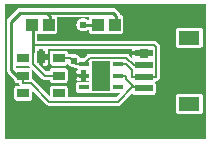
<source format=gtl>
G04 ---------------------------- Layer name :TOP LAYER*
G04 EasyEDA v5.8.22, Fri, 11 Jan 2019 07:15:20 GMT*
G04 e7f6ecffdef140e2b453e7abaca3b96b*
G04 Gerber Generator version 0.2*
G04 Scale: 100 percent, Rotated: No, Reflected: No *
G04 Dimensions in millimeters *
G04 leading zeros omitted , absolute positions ,3 integer and 3 decimal *
%FSLAX33Y33*%
%MOMM*%
G90*
G71D02*

%ADD10C,0.254000*%
%ADD11C,0.203200*%
%ADD12C,0.619760*%
%ADD13R,0.999998X1.099998*%
%ADD14R,1.000760X0.800100*%
%ADD15R,0.800100X1.000760*%
%ADD16R,0.850900X0.449580*%
%ADD17R,1.600200X2.499360*%
%ADD18R,1.499997X0.599440*%
%ADD19R,1.799996X1.198880*%

%LPD*%
G36*
G01X17018Y0D02*
G01X0Y0D01*
G01X0Y11430D01*
G01X17018Y11430D01*
G01X17018Y0D01*
G37*

%LPC*%
G36*
G01X14698Y2090D02*
G01X14709Y2090D01*
G01X16510Y2090D01*
G01X16520Y2090D01*
G01X16530Y2091D01*
G01X16541Y2092D01*
G01X16551Y2093D01*
G01X16562Y2095D01*
G01X16572Y2098D01*
G01X16582Y2100D01*
G01X16592Y2104D01*
G01X16602Y2107D01*
G01X16612Y2111D01*
G01X16621Y2116D01*
G01X16630Y2121D01*
G01X16640Y2126D01*
G01X16648Y2131D01*
G01X16657Y2137D01*
G01X16666Y2143D01*
G01X16674Y2150D01*
G01X16682Y2157D01*
G01X16689Y2164D01*
G01X16696Y2172D01*
G01X16703Y2180D01*
G01X16710Y2188D01*
G01X16716Y2196D01*
G01X16722Y2205D01*
G01X16728Y2214D01*
G01X16733Y2223D01*
G01X16738Y2232D01*
G01X16742Y2242D01*
G01X16746Y2252D01*
G01X16750Y2261D01*
G01X16753Y2271D01*
G01X16756Y2282D01*
G01X16758Y2292D01*
G01X16760Y2302D01*
G01X16762Y2313D01*
G01X16763Y2323D01*
G01X16763Y2333D01*
G01X16764Y2344D01*
G01X16764Y3543D01*
G01X16763Y3553D01*
G01X16763Y3564D01*
G01X16762Y3574D01*
G01X16760Y3585D01*
G01X16758Y3595D01*
G01X16756Y3605D01*
G01X16753Y3615D01*
G01X16750Y3625D01*
G01X16746Y3635D01*
G01X16742Y3645D01*
G01X16738Y3654D01*
G01X16733Y3664D01*
G01X16728Y3673D01*
G01X16722Y3682D01*
G01X16716Y3690D01*
G01X16710Y3699D01*
G01X16703Y3707D01*
G01X16696Y3715D01*
G01X16689Y3722D01*
G01X16682Y3730D01*
G01X16674Y3737D01*
G01X16666Y3743D01*
G01X16657Y3750D01*
G01X16648Y3755D01*
G01X16640Y3761D01*
G01X16630Y3766D01*
G01X16621Y3771D01*
G01X16612Y3775D01*
G01X16602Y3779D01*
G01X16592Y3783D01*
G01X16582Y3786D01*
G01X16572Y3789D01*
G01X16562Y3791D01*
G01X16551Y3793D01*
G01X16541Y3795D01*
G01X16530Y3796D01*
G01X16520Y3797D01*
G01X16510Y3797D01*
G01X14709Y3797D01*
G01X14698Y3797D01*
G01X14688Y3796D01*
G01X14677Y3795D01*
G01X14667Y3793D01*
G01X14657Y3791D01*
G01X14646Y3789D01*
G01X14636Y3786D01*
G01X14626Y3783D01*
G01X14616Y3779D01*
G01X14607Y3775D01*
G01X14597Y3771D01*
G01X14588Y3766D01*
G01X14579Y3761D01*
G01X14570Y3755D01*
G01X14561Y3750D01*
G01X14553Y3743D01*
G01X14544Y3737D01*
G01X14537Y3730D01*
G01X14529Y3722D01*
G01X14522Y3715D01*
G01X14515Y3707D01*
G01X14508Y3699D01*
G01X14502Y3690D01*
G01X14496Y3682D01*
G01X14490Y3673D01*
G01X14485Y3664D01*
G01X14480Y3654D01*
G01X14476Y3645D01*
G01X14472Y3635D01*
G01X14468Y3625D01*
G01X14465Y3615D01*
G01X14462Y3605D01*
G01X14460Y3595D01*
G01X14458Y3585D01*
G01X14457Y3574D01*
G01X14456Y3564D01*
G01X14455Y3553D01*
G01X14455Y3543D01*
G01X14455Y2344D01*
G01X14455Y2333D01*
G01X14456Y2323D01*
G01X14457Y2313D01*
G01X14458Y2302D01*
G01X14460Y2292D01*
G01X14462Y2282D01*
G01X14465Y2271D01*
G01X14468Y2261D01*
G01X14472Y2252D01*
G01X14476Y2242D01*
G01X14480Y2232D01*
G01X14485Y2223D01*
G01X14490Y2214D01*
G01X14496Y2205D01*
G01X14502Y2196D01*
G01X14508Y2188D01*
G01X14515Y2180D01*
G01X14522Y2172D01*
G01X14529Y2164D01*
G01X14537Y2157D01*
G01X14544Y2150D01*
G01X14553Y2143D01*
G01X14561Y2137D01*
G01X14570Y2131D01*
G01X14579Y2126D01*
G01X14588Y2121D01*
G01X14597Y2116D01*
G01X14607Y2111D01*
G01X14616Y2107D01*
G01X14626Y2104D01*
G01X14636Y2100D01*
G01X14646Y2098D01*
G01X14657Y2095D01*
G01X14667Y2093D01*
G01X14677Y2092D01*
G01X14688Y2091D01*
G01X14698Y2090D01*
G37*
G36*
G01X3743Y2771D02*
G01X3756Y2771D01*
G01X9542Y2771D01*
G01X9555Y2771D01*
G01X9568Y2772D01*
G01X9580Y2773D01*
G01X9593Y2774D01*
G01X9605Y2776D01*
G01X9618Y2779D01*
G01X9630Y2782D01*
G01X9642Y2785D01*
G01X9655Y2789D01*
G01X9667Y2793D01*
G01X9678Y2798D01*
G01X9690Y2803D01*
G01X9701Y2808D01*
G01X9713Y2814D01*
G01X9724Y2820D01*
G01X9735Y2827D01*
G01X9745Y2834D01*
G01X9755Y2842D01*
G01X9765Y2849D01*
G01X9775Y2858D01*
G01X9785Y2866D01*
G01X9794Y2875D01*
G01X10773Y3854D01*
G01X10774Y3852D01*
G01X10778Y3842D01*
G01X10782Y3833D01*
G01X10787Y3823D01*
G01X10792Y3814D01*
G01X10798Y3805D01*
G01X10804Y3797D01*
G01X10810Y3788D01*
G01X10817Y3780D01*
G01X10824Y3772D01*
G01X10831Y3765D01*
G01X10838Y3757D01*
G01X10846Y3750D01*
G01X10854Y3744D01*
G01X10863Y3737D01*
G01X10871Y3731D01*
G01X10880Y3726D01*
G01X10890Y3721D01*
G01X10899Y3716D01*
G01X10908Y3712D01*
G01X10918Y3707D01*
G01X10928Y3704D01*
G01X10938Y3701D01*
G01X10948Y3698D01*
G01X10958Y3696D01*
G01X10969Y3694D01*
G01X10979Y3692D01*
G01X10989Y3691D01*
G01X11000Y3690D01*
G01X11010Y3690D01*
G01X12509Y3690D01*
G01X12519Y3690D01*
G01X12530Y3691D01*
G01X12540Y3692D01*
G01X12551Y3694D01*
G01X12561Y3696D01*
G01X12571Y3698D01*
G01X12581Y3701D01*
G01X12591Y3704D01*
G01X12601Y3707D01*
G01X12611Y3712D01*
G01X12621Y3716D01*
G01X12630Y3721D01*
G01X12639Y3726D01*
G01X12648Y3731D01*
G01X12657Y3737D01*
G01X12665Y3744D01*
G01X12673Y3750D01*
G01X12681Y3757D01*
G01X12689Y3765D01*
G01X12696Y3772D01*
G01X12703Y3780D01*
G01X12709Y3788D01*
G01X12716Y3797D01*
G01X12722Y3805D01*
G01X12727Y3814D01*
G01X12732Y3823D01*
G01X12737Y3833D01*
G01X12742Y3842D01*
G01X12746Y3852D01*
G01X12749Y3862D01*
G01X12752Y3872D01*
G01X12755Y3882D01*
G01X12758Y3892D01*
G01X12760Y3902D01*
G01X12761Y3913D01*
G01X12762Y3923D01*
G01X12763Y3934D01*
G01X12763Y3944D01*
G01X12763Y4544D01*
G01X12763Y4554D01*
G01X12762Y4565D01*
G01X12761Y4575D01*
G01X12760Y4585D01*
G01X12758Y4596D01*
G01X12755Y4606D01*
G01X12752Y4616D01*
G01X12749Y4626D01*
G01X12746Y4636D01*
G01X12742Y4646D01*
G01X12737Y4655D01*
G01X12732Y4664D01*
G01X12727Y4674D01*
G01X12722Y4682D01*
G01X12716Y4691D01*
G01X12709Y4700D01*
G01X12703Y4708D01*
G01X12696Y4716D01*
G01X12689Y4723D01*
G01X12681Y4730D01*
G01X12673Y4737D01*
G01X12666Y4743D01*
G01X12673Y4749D01*
G01X12681Y4755D01*
G01X12689Y4763D01*
G01X12696Y4770D01*
G01X12703Y4778D01*
G01X12709Y4786D01*
G01X12716Y4795D01*
G01X12722Y4803D01*
G01X12727Y4812D01*
G01X12732Y4821D01*
G01X12737Y4831D01*
G01X12742Y4840D01*
G01X12746Y4850D01*
G01X12749Y4860D01*
G01X12752Y4870D01*
G01X12755Y4880D01*
G01X12757Y4886D01*
G01X12766Y4886D01*
G01X12770Y4887D01*
G01X12774Y4887D01*
G01X12779Y4887D01*
G01X12783Y4887D01*
G01X12788Y4887D01*
G01X12792Y4887D01*
G01X12797Y4888D01*
G01X12801Y4888D01*
G01X12805Y4889D01*
G01X12810Y4889D01*
G01X12814Y4890D01*
G01X12819Y4890D01*
G01X12823Y4891D01*
G01X12827Y4892D01*
G01X12832Y4893D01*
G01X12836Y4894D01*
G01X12840Y4894D01*
G01X12845Y4895D01*
G01X12849Y4896D01*
G01X12853Y4897D01*
G01X12857Y4899D01*
G01X12862Y4900D01*
G01X12866Y4901D01*
G01X12870Y4902D01*
G01X12875Y4904D01*
G01X12879Y4905D01*
G01X12883Y4906D01*
G01X12887Y4908D01*
G01X12892Y4910D01*
G01X12895Y4911D01*
G01X12899Y4913D01*
G01X12904Y4914D01*
G01X12908Y4916D01*
G01X12912Y4918D01*
G01X12915Y4920D01*
G01X12920Y4922D01*
G01X12924Y4924D01*
G01X12928Y4926D01*
G01X12931Y4928D01*
G01X12936Y4930D01*
G01X12940Y4932D01*
G01X12943Y4934D01*
G01X12947Y4936D01*
G01X12951Y4939D01*
G01X12955Y4941D01*
G01X12958Y4943D01*
G01X12962Y4946D01*
G01X12966Y4948D01*
G01X12969Y4951D01*
G01X12973Y4953D01*
G01X12977Y4956D01*
G01X12980Y4959D01*
G01X12984Y4961D01*
G01X12987Y4964D01*
G01X12991Y4967D01*
G01X12994Y4970D01*
G01X12997Y4972D01*
G01X13001Y4975D01*
G01X13004Y4979D01*
G01X13007Y4981D01*
G01X13011Y4984D01*
G01X13014Y4988D01*
G01X13017Y4991D01*
G01X13020Y4994D01*
G01X13023Y4997D01*
G01X13026Y5000D01*
G01X13029Y5003D01*
G01X13032Y5007D01*
G01X13035Y5010D01*
G01X13038Y5013D01*
G01X13041Y5017D01*
G01X13044Y5020D01*
G01X13046Y5024D01*
G01X13049Y5027D01*
G01X13052Y5031D01*
G01X13054Y5034D01*
G01X13057Y5038D01*
G01X13059Y5042D01*
G01X13062Y5045D01*
G01X13064Y5049D01*
G01X13067Y5053D01*
G01X13069Y5057D01*
G01X13071Y5061D01*
G01X13073Y5064D01*
G01X13075Y5068D01*
G01X13078Y5072D01*
G01X13080Y5076D01*
G01X13082Y5080D01*
G01X13084Y5084D01*
G01X13086Y5088D01*
G01X13088Y5092D01*
G01X13090Y5096D01*
G01X13091Y5100D01*
G01X13093Y5104D01*
G01X13095Y5108D01*
G01X13097Y5112D01*
G01X13098Y5116D01*
G01X13100Y5120D01*
G01X13101Y5125D01*
G01X13103Y5129D01*
G01X13104Y5133D01*
G01X13105Y5137D01*
G01X13106Y5141D01*
G01X13108Y5146D01*
G01X13109Y5150D01*
G01X13110Y5154D01*
G01X13111Y5159D01*
G01X13112Y5163D01*
G01X13113Y5167D01*
G01X13114Y5172D01*
G01X13115Y5176D01*
G01X13116Y5180D01*
G01X13116Y5184D01*
G01X13117Y5189D01*
G01X13118Y5194D01*
G01X13118Y5198D01*
G01X13119Y5202D01*
G01X13119Y5207D01*
G01X13120Y5211D01*
G01X13120Y5215D01*
G01X13120Y5220D01*
G01X13121Y5224D01*
G01X13121Y5229D01*
G01X13121Y5233D01*
G01X13121Y5238D01*
G01X13121Y5242D01*
G01X13121Y7749D01*
G01X13121Y7762D01*
G01X13120Y7774D01*
G01X13119Y7787D01*
G01X13118Y7800D01*
G01X13116Y7812D01*
G01X13113Y7825D01*
G01X13110Y7837D01*
G01X13107Y7849D01*
G01X13103Y7861D01*
G01X13099Y7873D01*
G01X13094Y7885D01*
G01X13089Y7897D01*
G01X13084Y7908D01*
G01X13078Y7919D01*
G01X13071Y7930D01*
G01X13065Y7941D01*
G01X13058Y7952D01*
G01X13050Y7962D01*
G01X13042Y7972D01*
G01X13034Y7982D01*
G01X13026Y7991D01*
G01X13017Y8000D01*
G01X12857Y8160D01*
G01X12848Y8169D01*
G01X12838Y8178D01*
G01X12829Y8186D01*
G01X12819Y8194D01*
G01X12808Y8201D01*
G01X12798Y8208D01*
G01X12787Y8215D01*
G01X12776Y8221D01*
G01X12765Y8227D01*
G01X12753Y8233D01*
G01X12742Y8238D01*
G01X12730Y8242D01*
G01X12718Y8246D01*
G01X12706Y8250D01*
G01X12693Y8254D01*
G01X12681Y8257D01*
G01X12669Y8259D01*
G01X12656Y8261D01*
G01X12644Y8263D01*
G01X12631Y8264D01*
G01X12618Y8264D01*
G01X12606Y8265D01*
G01X2730Y8265D01*
G01X2730Y8847D01*
G01X2785Y8847D01*
G01X2796Y8848D01*
G01X2806Y8848D01*
G01X2817Y8849D01*
G01X2827Y8851D01*
G01X2838Y8853D01*
G01X2848Y8855D01*
G01X2858Y8858D01*
G01X2868Y8861D01*
G01X2878Y8865D01*
G01X2887Y8869D01*
G01X2897Y8873D01*
G01X2906Y8878D01*
G01X2915Y8883D01*
G01X2924Y8889D01*
G01X2933Y8895D01*
G01X2941Y8901D01*
G01X2950Y8908D01*
G01X2957Y8915D01*
G01X2965Y8922D01*
G01X2972Y8929D01*
G01X2979Y8937D01*
G01X2985Y8945D01*
G01X2992Y8937D01*
G01X2999Y8929D01*
G01X3006Y8922D01*
G01X3013Y8915D01*
G01X3021Y8908D01*
G01X3029Y8901D01*
G01X3038Y8895D01*
G01X3047Y8889D01*
G01X3055Y8883D01*
G01X3065Y8878D01*
G01X3074Y8873D01*
G01X3083Y8869D01*
G01X3093Y8865D01*
G01X3103Y8861D01*
G01X3113Y8858D01*
G01X3123Y8855D01*
G01X3133Y8853D01*
G01X3144Y8851D01*
G01X3154Y8849D01*
G01X3164Y8848D01*
G01X3175Y8848D01*
G01X3185Y8847D01*
G01X4185Y8847D01*
G01X4196Y8848D01*
G01X4206Y8848D01*
G01X4217Y8849D01*
G01X4227Y8851D01*
G01X4238Y8853D01*
G01X4248Y8855D01*
G01X4258Y8858D01*
G01X4268Y8861D01*
G01X4278Y8865D01*
G01X4287Y8869D01*
G01X4297Y8873D01*
G01X4306Y8878D01*
G01X4315Y8883D01*
G01X4324Y8889D01*
G01X4333Y8895D01*
G01X4341Y8901D01*
G01X4350Y8908D01*
G01X4357Y8915D01*
G01X4365Y8922D01*
G01X4372Y8929D01*
G01X4379Y8937D01*
G01X4386Y8945D01*
G01X4392Y8954D01*
G01X4398Y8963D01*
G01X4404Y8971D01*
G01X4409Y8981D01*
G01X4414Y8990D01*
G01X4418Y8999D01*
G01X4422Y9009D01*
G01X4426Y9019D01*
G01X4429Y9029D01*
G01X4432Y9039D01*
G01X4434Y9049D01*
G01X4436Y9060D01*
G01X4437Y9070D01*
G01X4439Y9081D01*
G01X4439Y9091D01*
G01X4439Y9101D01*
G01X4439Y10201D01*
G01X4439Y10212D01*
G01X4439Y10222D01*
G01X4437Y10233D01*
G01X4436Y10243D01*
G01X4434Y10254D01*
G01X4432Y10264D01*
G01X4429Y10274D01*
G01X4426Y10284D01*
G01X4425Y10287D01*
G01X7134Y10287D01*
G01X7133Y10284D01*
G01X7130Y10274D01*
G01X7127Y10264D01*
G01X7125Y10254D01*
G01X7123Y10243D01*
G01X7121Y10233D01*
G01X7120Y10222D01*
G01X7120Y10212D01*
G01X7119Y10201D01*
G01X7119Y10033D01*
G01X7022Y10033D01*
G01X6999Y10057D01*
G01X6957Y10094D01*
G01X6911Y10127D01*
G01X6862Y10156D01*
G01X6810Y10179D01*
G01X6757Y10197D01*
G01X6702Y10209D01*
G01X6646Y10216D01*
G01X6589Y10218D01*
G01X6533Y10214D01*
G01X6477Y10204D01*
G01X6423Y10188D01*
G01X6371Y10168D01*
G01X6320Y10142D01*
G01X6273Y10111D01*
G01X6229Y10076D01*
G01X6188Y10037D01*
G01X6152Y9994D01*
G01X6120Y9947D01*
G01X6093Y9897D01*
G01X6071Y9845D01*
G01X6055Y9791D01*
G01X6043Y9736D01*
G01X6038Y9680D01*
G01X6038Y9623D01*
G01X6043Y9567D01*
G01X6055Y9512D01*
G01X6071Y9458D01*
G01X6093Y9406D01*
G01X6120Y9356D01*
G01X6152Y9309D01*
G01X6188Y9266D01*
G01X6229Y9227D01*
G01X6273Y9192D01*
G01X6320Y9161D01*
G01X6371Y9135D01*
G01X6423Y9115D01*
G01X6477Y9099D01*
G01X6533Y9089D01*
G01X6589Y9085D01*
G01X6646Y9087D01*
G01X6702Y9094D01*
G01X6757Y9106D01*
G01X6810Y9124D01*
G01X6862Y9147D01*
G01X6911Y9176D01*
G01X6957Y9209D01*
G01X6999Y9246D01*
G01X7022Y9271D01*
G01X7119Y9271D01*
G01X7119Y9101D01*
G01X7120Y9091D01*
G01X7120Y9081D01*
G01X7121Y9070D01*
G01X7123Y9060D01*
G01X7125Y9049D01*
G01X7127Y9039D01*
G01X7130Y9029D01*
G01X7133Y9019D01*
G01X7137Y9009D01*
G01X7141Y8999D01*
G01X7145Y8990D01*
G01X7150Y8981D01*
G01X7155Y8971D01*
G01X7161Y8963D01*
G01X7167Y8954D01*
G01X7173Y8945D01*
G01X7180Y8937D01*
G01X7187Y8929D01*
G01X7194Y8922D01*
G01X7201Y8915D01*
G01X7209Y8908D01*
G01X7217Y8901D01*
G01X7226Y8895D01*
G01X7235Y8889D01*
G01X7243Y8883D01*
G01X7253Y8878D01*
G01X7262Y8873D01*
G01X7271Y8869D01*
G01X7281Y8865D01*
G01X7291Y8861D01*
G01X7301Y8858D01*
G01X7311Y8855D01*
G01X7321Y8853D01*
G01X7332Y8851D01*
G01X7342Y8849D01*
G01X7352Y8848D01*
G01X7363Y8848D01*
G01X7373Y8847D01*
G01X8373Y8847D01*
G01X8384Y8848D01*
G01X8394Y8848D01*
G01X8405Y8849D01*
G01X8415Y8851D01*
G01X8426Y8853D01*
G01X8436Y8855D01*
G01X8446Y8858D01*
G01X8456Y8861D01*
G01X8466Y8865D01*
G01X8475Y8869D01*
G01X8485Y8873D01*
G01X8494Y8878D01*
G01X8503Y8883D01*
G01X8512Y8889D01*
G01X8521Y8895D01*
G01X8529Y8901D01*
G01X8538Y8908D01*
G01X8545Y8915D01*
G01X8553Y8922D01*
G01X8560Y8929D01*
G01X8567Y8937D01*
G01X8573Y8945D01*
G01X8580Y8937D01*
G01X8587Y8929D01*
G01X8594Y8922D01*
G01X8601Y8915D01*
G01X8609Y8908D01*
G01X8617Y8901D01*
G01X8626Y8895D01*
G01X8635Y8889D01*
G01X8643Y8883D01*
G01X8653Y8878D01*
G01X8662Y8873D01*
G01X8671Y8869D01*
G01X8681Y8865D01*
G01X8691Y8861D01*
G01X8701Y8858D01*
G01X8711Y8855D01*
G01X8721Y8853D01*
G01X8732Y8851D01*
G01X8742Y8849D01*
G01X8752Y8848D01*
G01X8763Y8848D01*
G01X8773Y8847D01*
G01X9773Y8847D01*
G01X9784Y8848D01*
G01X9794Y8848D01*
G01X9805Y8849D01*
G01X9815Y8851D01*
G01X9826Y8853D01*
G01X9836Y8855D01*
G01X9846Y8858D01*
G01X9856Y8861D01*
G01X9866Y8865D01*
G01X9875Y8869D01*
G01X9885Y8873D01*
G01X9894Y8878D01*
G01X9903Y8883D01*
G01X9912Y8889D01*
G01X9921Y8895D01*
G01X9929Y8901D01*
G01X9938Y8908D01*
G01X9945Y8915D01*
G01X9953Y8922D01*
G01X9960Y8929D01*
G01X9967Y8937D01*
G01X9974Y8945D01*
G01X9980Y8954D01*
G01X9986Y8963D01*
G01X9992Y8971D01*
G01X9997Y8981D01*
G01X10002Y8990D01*
G01X10006Y8999D01*
G01X10010Y9009D01*
G01X10014Y9019D01*
G01X10017Y9029D01*
G01X10020Y9039D01*
G01X10022Y9049D01*
G01X10024Y9060D01*
G01X10025Y9070D01*
G01X10027Y9081D01*
G01X10027Y9091D01*
G01X10027Y9101D01*
G01X10027Y10201D01*
G01X10027Y10212D01*
G01X10027Y10222D01*
G01X10025Y10233D01*
G01X10024Y10243D01*
G01X10022Y10254D01*
G01X10020Y10264D01*
G01X10017Y10274D01*
G01X10014Y10284D01*
G01X10010Y10294D01*
G01X10006Y10304D01*
G01X10002Y10313D01*
G01X9997Y10322D01*
G01X9992Y10332D01*
G01X9986Y10340D01*
G01X9980Y10349D01*
G01X9974Y10357D01*
G01X9967Y10366D01*
G01X9960Y10374D01*
G01X9953Y10381D01*
G01X9945Y10388D01*
G01X9938Y10395D01*
G01X9929Y10402D01*
G01X9921Y10408D01*
G01X9912Y10414D01*
G01X9903Y10420D01*
G01X9894Y10425D01*
G01X9885Y10430D01*
G01X9875Y10434D01*
G01X9866Y10438D01*
G01X9856Y10442D01*
G01X9846Y10445D01*
G01X9836Y10448D01*
G01X9826Y10450D01*
G01X9815Y10452D01*
G01X9805Y10454D01*
G01X9794Y10455D01*
G01X9784Y10455D01*
G01X9776Y10455D01*
G01X9775Y10465D01*
G01X9773Y10478D01*
G01X9771Y10491D01*
G01X9768Y10504D01*
G01X9764Y10516D01*
G01X9761Y10529D01*
G01X9757Y10541D01*
G01X9752Y10553D01*
G01X9747Y10565D01*
G01X9742Y10577D01*
G01X9736Y10589D01*
G01X9730Y10600D01*
G01X9723Y10611D01*
G01X9716Y10622D01*
G01X9709Y10633D01*
G01X9701Y10644D01*
G01X9693Y10654D01*
G01X9685Y10664D01*
G01X9676Y10674D01*
G01X9667Y10683D01*
G01X9413Y10937D01*
G01X9404Y10946D01*
G01X9394Y10955D01*
G01X9384Y10963D01*
G01X9374Y10971D01*
G01X9363Y10979D01*
G01X9352Y10986D01*
G01X9341Y10993D01*
G01X9330Y11000D01*
G01X9319Y11006D01*
G01X9307Y11012D01*
G01X9295Y11017D01*
G01X9283Y11022D01*
G01X9271Y11027D01*
G01X9259Y11031D01*
G01X9246Y11034D01*
G01X9234Y11038D01*
G01X9221Y11041D01*
G01X9208Y11043D01*
G01X9195Y11045D01*
G01X9182Y11046D01*
G01X9170Y11048D01*
G01X9157Y11048D01*
G01X9144Y11049D01*
G01X1270Y11049D01*
G01X1256Y11048D01*
G01X1243Y11048D01*
G01X1231Y11046D01*
G01X1218Y11045D01*
G01X1205Y11043D01*
G01X1192Y11041D01*
G01X1179Y11038D01*
G01X1167Y11034D01*
G01X1154Y11031D01*
G01X1142Y11027D01*
G01X1130Y11022D01*
G01X1118Y11017D01*
G01X1106Y11012D01*
G01X1094Y11006D01*
G01X1083Y11000D01*
G01X1072Y10993D01*
G01X1061Y10986D01*
G01X1050Y10979D01*
G01X1039Y10971D01*
G01X1029Y10963D01*
G01X1019Y10955D01*
G01X1009Y10946D01*
G01X1000Y10937D01*
G01X238Y10175D01*
G01X229Y10166D01*
G01X220Y10156D01*
G01X212Y10146D01*
G01X204Y10136D01*
G01X196Y10125D01*
G01X189Y10114D01*
G01X182Y10103D01*
G01X175Y10092D01*
G01X169Y10081D01*
G01X163Y10069D01*
G01X158Y10057D01*
G01X153Y10045D01*
G01X148Y10033D01*
G01X144Y10021D01*
G01X141Y10008D01*
G01X137Y9996D01*
G01X134Y9983D01*
G01X132Y9970D01*
G01X130Y9957D01*
G01X129Y9944D01*
G01X127Y9932D01*
G01X127Y9919D01*
G01X127Y9906D01*
G01X127Y5842D01*
G01X127Y5828D01*
G01X127Y5815D01*
G01X129Y5803D01*
G01X130Y5790D01*
G01X132Y5777D01*
G01X134Y5764D01*
G01X137Y5751D01*
G01X141Y5739D01*
G01X144Y5726D01*
G01X148Y5714D01*
G01X153Y5702D01*
G01X158Y5690D01*
G01X163Y5678D01*
G01X169Y5666D01*
G01X175Y5655D01*
G01X182Y5644D01*
G01X189Y5633D01*
G01X196Y5622D01*
G01X204Y5611D01*
G01X212Y5601D01*
G01X220Y5591D01*
G01X229Y5581D01*
G01X238Y5572D01*
G01X746Y5064D01*
G01X755Y5055D01*
G01X765Y5046D01*
G01X775Y5038D01*
G01X785Y5030D01*
G01X795Y5023D01*
G01X795Y4932D01*
G01X795Y4922D01*
G01X795Y4911D01*
G01X796Y4901D01*
G01X798Y4890D01*
G01X800Y4880D01*
G01X802Y4870D01*
G01X805Y4860D01*
G01X808Y4850D01*
G01X812Y4840D01*
G01X816Y4830D01*
G01X820Y4821D01*
G01X825Y4811D01*
G01X830Y4802D01*
G01X836Y4793D01*
G01X842Y4785D01*
G01X848Y4776D01*
G01X855Y4768D01*
G01X862Y4760D01*
G01X869Y4753D01*
G01X876Y4745D01*
G01X884Y4738D01*
G01X893Y4732D01*
G01X901Y4725D01*
G01X910Y4720D01*
G01X918Y4714D01*
G01X928Y4709D01*
G01X937Y4704D01*
G01X946Y4700D01*
G01X956Y4696D01*
G01X966Y4692D01*
G01X976Y4689D01*
G01X986Y4686D01*
G01X996Y4684D01*
G01X1007Y4682D01*
G01X1017Y4680D01*
G01X1028Y4679D01*
G01X1038Y4678D01*
G01X1049Y4678D01*
G01X1193Y4678D01*
G01X1193Y4676D01*
G01X1193Y4671D01*
G01X1193Y4667D01*
G01X1194Y4663D01*
G01X1194Y4658D01*
G01X1194Y4653D01*
G01X1194Y4649D01*
G01X1195Y4644D01*
G01X1195Y4640D01*
G01X1196Y4636D01*
G01X1196Y4631D01*
G01X1197Y4628D01*
G01X1197Y4623D01*
G01X1198Y4618D01*
G01X1199Y4614D01*
G01X1200Y4610D01*
G01X1200Y4605D01*
G01X1201Y4601D01*
G01X1202Y4597D01*
G01X1203Y4592D01*
G01X1204Y4588D01*
G01X1205Y4584D01*
G01X1207Y4579D01*
G01X1208Y4575D01*
G01X1209Y4571D01*
G01X1210Y4567D01*
G01X1212Y4562D01*
G01X1213Y4558D01*
G01X1215Y4554D01*
G01X1216Y4550D01*
G01X1218Y4546D01*
G01X1219Y4542D01*
G01X1221Y4538D01*
G01X1223Y4533D01*
G01X1225Y4529D01*
G01X1227Y4526D01*
G01X1229Y4521D01*
G01X1231Y4517D01*
G01X1232Y4513D01*
G01X1234Y4510D01*
G01X1237Y4506D01*
G01X1239Y4502D01*
G01X1241Y4498D01*
G01X1243Y4494D01*
G01X1245Y4490D01*
G01X1247Y4488D01*
G01X1049Y4488D01*
G01X1038Y4487D01*
G01X1028Y4487D01*
G01X1017Y4486D01*
G01X1007Y4484D01*
G01X996Y4482D01*
G01X986Y4480D01*
G01X976Y4477D01*
G01X966Y4474D01*
G01X956Y4470D01*
G01X946Y4466D01*
G01X937Y4462D01*
G01X928Y4457D01*
G01X918Y4452D01*
G01X910Y4446D01*
G01X901Y4440D01*
G01X893Y4434D01*
G01X884Y4428D01*
G01X876Y4421D01*
G01X869Y4413D01*
G01X862Y4406D01*
G01X855Y4398D01*
G01X848Y4390D01*
G01X842Y4381D01*
G01X836Y4373D01*
G01X830Y4364D01*
G01X825Y4355D01*
G01X820Y4345D01*
G01X816Y4336D01*
G01X812Y4326D01*
G01X808Y4316D01*
G01X805Y4306D01*
G01X802Y4296D01*
G01X800Y4286D01*
G01X798Y4275D01*
G01X796Y4265D01*
G01X795Y4255D01*
G01X795Y4244D01*
G01X795Y4234D01*
G01X795Y3434D01*
G01X795Y3423D01*
G01X795Y3413D01*
G01X796Y3402D01*
G01X798Y3392D01*
G01X800Y3381D01*
G01X802Y3371D01*
G01X805Y3361D01*
G01X808Y3351D01*
G01X812Y3341D01*
G01X816Y3332D01*
G01X820Y3322D01*
G01X825Y3313D01*
G01X830Y3304D01*
G01X836Y3295D01*
G01X842Y3286D01*
G01X848Y3278D01*
G01X855Y3269D01*
G01X862Y3262D01*
G01X869Y3254D01*
G01X876Y3247D01*
G01X884Y3240D01*
G01X893Y3233D01*
G01X901Y3227D01*
G01X910Y3221D01*
G01X918Y3215D01*
G01X928Y3210D01*
G01X937Y3205D01*
G01X946Y3201D01*
G01X956Y3197D01*
G01X966Y3193D01*
G01X976Y3190D01*
G01X986Y3187D01*
G01X996Y3185D01*
G01X1007Y3183D01*
G01X1017Y3182D01*
G01X1028Y3180D01*
G01X1038Y3180D01*
G01X1049Y3180D01*
G01X2049Y3180D01*
G01X2060Y3180D01*
G01X2070Y3180D01*
G01X2081Y3182D01*
G01X2091Y3183D01*
G01X2101Y3185D01*
G01X2112Y3187D01*
G01X2122Y3190D01*
G01X2132Y3193D01*
G01X2142Y3197D01*
G01X2151Y3201D01*
G01X2161Y3205D01*
G01X2170Y3210D01*
G01X2179Y3215D01*
G01X2188Y3221D01*
G01X2197Y3227D01*
G01X2205Y3233D01*
G01X2213Y3240D01*
G01X2221Y3247D01*
G01X2229Y3254D01*
G01X2236Y3262D01*
G01X2243Y3269D01*
G01X2250Y3278D01*
G01X2256Y3286D01*
G01X2262Y3295D01*
G01X2267Y3304D01*
G01X2273Y3313D01*
G01X2277Y3322D01*
G01X2282Y3332D01*
G01X2286Y3341D01*
G01X2290Y3351D01*
G01X2293Y3361D01*
G01X2296Y3371D01*
G01X2298Y3381D01*
G01X2300Y3392D01*
G01X2301Y3402D01*
G01X2302Y3413D01*
G01X2303Y3423D01*
G01X2303Y3434D01*
G01X2303Y4076D01*
G01X3505Y2875D01*
G01X3514Y2866D01*
G01X3523Y2858D01*
G01X3533Y2849D01*
G01X3543Y2842D01*
G01X3553Y2834D01*
G01X3564Y2827D01*
G01X3575Y2820D01*
G01X3586Y2814D01*
G01X3597Y2808D01*
G01X3608Y2803D01*
G01X3620Y2798D01*
G01X3632Y2793D01*
G01X3644Y2789D01*
G01X3656Y2785D01*
G01X3668Y2782D01*
G01X3681Y2779D01*
G01X3693Y2776D01*
G01X3706Y2774D01*
G01X3718Y2773D01*
G01X3731Y2772D01*
G01X3743Y2771D01*
G37*
G36*
G01X14698Y7691D02*
G01X14709Y7691D01*
G01X16510Y7691D01*
G01X16520Y7691D01*
G01X16530Y7691D01*
G01X16541Y7693D01*
G01X16551Y7694D01*
G01X16562Y7696D01*
G01X16572Y7698D01*
G01X16582Y7701D01*
G01X16592Y7704D01*
G01X16602Y7708D01*
G01X16612Y7712D01*
G01X16621Y7716D01*
G01X16630Y7721D01*
G01X16640Y7726D01*
G01X16648Y7732D01*
G01X16657Y7738D01*
G01X16666Y7744D01*
G01X16674Y7751D01*
G01X16682Y7758D01*
G01X16689Y7765D01*
G01X16696Y7773D01*
G01X16703Y7780D01*
G01X16710Y7789D01*
G01X16716Y7797D01*
G01X16722Y7806D01*
G01X16728Y7815D01*
G01X16733Y7824D01*
G01X16738Y7833D01*
G01X16742Y7843D01*
G01X16746Y7852D01*
G01X16750Y7862D01*
G01X16753Y7872D01*
G01X16756Y7882D01*
G01X16758Y7892D01*
G01X16760Y7903D01*
G01X16762Y7913D01*
G01X16763Y7924D01*
G01X16763Y7934D01*
G01X16764Y7945D01*
G01X16764Y9144D01*
G01X16763Y9154D01*
G01X16763Y9164D01*
G01X16762Y9175D01*
G01X16760Y9185D01*
G01X16758Y9196D01*
G01X16756Y9206D01*
G01X16753Y9216D01*
G01X16750Y9226D01*
G01X16746Y9236D01*
G01X16742Y9246D01*
G01X16738Y9255D01*
G01X16733Y9264D01*
G01X16728Y9274D01*
G01X16722Y9282D01*
G01X16716Y9291D01*
G01X16710Y9300D01*
G01X16703Y9308D01*
G01X16696Y9316D01*
G01X16689Y9323D01*
G01X16682Y9330D01*
G01X16674Y9337D01*
G01X16666Y9344D01*
G01X16657Y9350D01*
G01X16648Y9356D01*
G01X16640Y9362D01*
G01X16630Y9367D01*
G01X16621Y9372D01*
G01X16612Y9376D01*
G01X16602Y9380D01*
G01X16592Y9384D01*
G01X16582Y9387D01*
G01X16572Y9390D01*
G01X16562Y9392D01*
G01X16551Y9394D01*
G01X16541Y9396D01*
G01X16530Y9397D01*
G01X16520Y9397D01*
G01X16510Y9398D01*
G01X14709Y9398D01*
G01X14698Y9397D01*
G01X14688Y9397D01*
G01X14677Y9396D01*
G01X14667Y9394D01*
G01X14657Y9392D01*
G01X14646Y9390D01*
G01X14636Y9387D01*
G01X14626Y9384D01*
G01X14616Y9380D01*
G01X14607Y9376D01*
G01X14597Y9372D01*
G01X14588Y9367D01*
G01X14579Y9362D01*
G01X14570Y9356D01*
G01X14561Y9350D01*
G01X14553Y9344D01*
G01X14544Y9337D01*
G01X14537Y9330D01*
G01X14529Y9323D01*
G01X14522Y9316D01*
G01X14515Y9308D01*
G01X14508Y9300D01*
G01X14502Y9291D01*
G01X14496Y9282D01*
G01X14490Y9274D01*
G01X14485Y9264D01*
G01X14480Y9255D01*
G01X14476Y9246D01*
G01X14472Y9236D01*
G01X14468Y9226D01*
G01X14465Y9216D01*
G01X14462Y9206D01*
G01X14460Y9196D01*
G01X14458Y9185D01*
G01X14457Y9175D01*
G01X14456Y9164D01*
G01X14455Y9154D01*
G01X14455Y9144D01*
G01X14455Y7945D01*
G01X14455Y7934D01*
G01X14456Y7924D01*
G01X14457Y7913D01*
G01X14458Y7903D01*
G01X14460Y7892D01*
G01X14462Y7882D01*
G01X14465Y7872D01*
G01X14468Y7862D01*
G01X14472Y7852D01*
G01X14476Y7843D01*
G01X14480Y7833D01*
G01X14485Y7824D01*
G01X14490Y7815D01*
G01X14496Y7806D01*
G01X14502Y7797D01*
G01X14508Y7789D01*
G01X14515Y7780D01*
G01X14522Y7773D01*
G01X14529Y7765D01*
G01X14537Y7758D01*
G01X14544Y7751D01*
G01X14553Y7744D01*
G01X14561Y7738D01*
G01X14570Y7732D01*
G01X14579Y7726D01*
G01X14588Y7721D01*
G01X14597Y7716D01*
G01X14607Y7712D01*
G01X14616Y7708D01*
G01X14626Y7704D01*
G01X14636Y7701D01*
G01X14646Y7698D01*
G01X14657Y7696D01*
G01X14667Y7694D01*
G01X14677Y7693D01*
G01X14688Y7691D01*
G01X14698Y7691D01*
G37*

%LPD*%
G36*
G01X9395Y3482D02*
G01X5300Y3482D01*
G01X5300Y4234D01*
G01X5300Y4244D01*
G01X5300Y4255D01*
G01X5299Y4265D01*
G01X5297Y4275D01*
G01X5295Y4286D01*
G01X5293Y4296D01*
G01X5290Y4306D01*
G01X5287Y4316D01*
G01X5283Y4326D01*
G01X5279Y4336D01*
G01X5275Y4345D01*
G01X5270Y4355D01*
G01X5265Y4364D01*
G01X5259Y4373D01*
G01X5253Y4381D01*
G01X5247Y4390D01*
G01X5240Y4398D01*
G01X5233Y4406D01*
G01X5226Y4413D01*
G01X5219Y4421D01*
G01X5211Y4428D01*
G01X5202Y4434D01*
G01X5194Y4440D01*
G01X5185Y4446D01*
G01X5177Y4452D01*
G01X5167Y4457D01*
G01X5158Y4462D01*
G01X5149Y4466D01*
G01X5139Y4470D01*
G01X5129Y4474D01*
G01X5119Y4477D01*
G01X5109Y4480D01*
G01X5099Y4482D01*
G01X5088Y4484D01*
G01X5078Y4486D01*
G01X5067Y4487D01*
G01X5057Y4487D01*
G01X5046Y4488D01*
G01X4046Y4488D01*
G01X4035Y4487D01*
G01X4025Y4487D01*
G01X4014Y4486D01*
G01X4004Y4484D01*
G01X3994Y4482D01*
G01X3983Y4480D01*
G01X3973Y4477D01*
G01X3963Y4474D01*
G01X3953Y4470D01*
G01X3944Y4466D01*
G01X3934Y4462D01*
G01X3925Y4457D01*
G01X3916Y4452D01*
G01X3907Y4446D01*
G01X3898Y4440D01*
G01X3890Y4434D01*
G01X3882Y4428D01*
G01X3874Y4421D01*
G01X3866Y4413D01*
G01X3859Y4406D01*
G01X3852Y4398D01*
G01X3845Y4390D01*
G01X3839Y4381D01*
G01X3833Y4373D01*
G01X3828Y4364D01*
G01X3822Y4355D01*
G01X3818Y4345D01*
G01X3813Y4336D01*
G01X3809Y4326D01*
G01X3805Y4316D01*
G01X3802Y4306D01*
G01X3799Y4296D01*
G01X3797Y4286D01*
G01X3795Y4275D01*
G01X3794Y4265D01*
G01X3793Y4255D01*
G01X3792Y4244D01*
G01X3792Y4234D01*
G01X3792Y3594D01*
G01X2458Y4927D01*
G01X2449Y4936D01*
G01X2440Y4944D01*
G01X2430Y4953D01*
G01X2420Y4960D01*
G01X2410Y4968D01*
G01X2399Y4975D01*
G01X2388Y4981D01*
G01X2377Y4988D01*
G01X2366Y4994D01*
G01X2354Y4999D01*
G01X2343Y5004D01*
G01X2331Y5009D01*
G01X2319Y5013D01*
G01X2307Y5017D01*
G01X2303Y5018D01*
G01X2303Y5732D01*
G01X2303Y5743D01*
G01X2302Y5753D01*
G01X2301Y5764D01*
G01X2300Y5774D01*
G01X2298Y5784D01*
G01X2296Y5795D01*
G01X2293Y5805D01*
G01X2290Y5815D01*
G01X2286Y5825D01*
G01X2282Y5834D01*
G01X2277Y5844D01*
G01X2273Y5853D01*
G01X2267Y5862D01*
G01X2262Y5871D01*
G01X2256Y5880D01*
G01X2250Y5888D01*
G01X2243Y5896D01*
G01X2236Y5904D01*
G01X2229Y5912D01*
G01X2221Y5919D01*
G01X2213Y5926D01*
G01X2205Y5933D01*
G01X2197Y5939D01*
G01X2188Y5945D01*
G01X2179Y5950D01*
G01X2170Y5956D01*
G01X2161Y5960D01*
G01X2151Y5965D01*
G01X2142Y5969D01*
G01X2132Y5973D01*
G01X2122Y5976D01*
G01X2112Y5979D01*
G01X2101Y5981D01*
G01X2091Y5983D01*
G01X2081Y5984D01*
G01X2070Y5985D01*
G01X2060Y5986D01*
G01X2049Y5986D01*
G01X1049Y5986D01*
G01X1038Y5986D01*
G01X1028Y5985D01*
G01X1017Y5984D01*
G01X1007Y5983D01*
G01X996Y5981D01*
G01X986Y5979D01*
G01X976Y5976D01*
G01X966Y5973D01*
G01X956Y5969D01*
G01X946Y5965D01*
G01X937Y5960D01*
G01X931Y5957D01*
G01X889Y5999D01*
G01X889Y6234D01*
G01X893Y6230D01*
G01X901Y6224D01*
G01X910Y6218D01*
G01X918Y6213D01*
G01X928Y6207D01*
G01X937Y6203D01*
G01X946Y6198D01*
G01X956Y6194D01*
G01X966Y6191D01*
G01X976Y6187D01*
G01X986Y6185D01*
G01X996Y6182D01*
G01X1007Y6180D01*
G01X1017Y6179D01*
G01X1028Y6178D01*
G01X1038Y6177D01*
G01X1049Y6177D01*
G01X2027Y6177D01*
G01X2031Y6167D01*
G01X2037Y6156D01*
G01X2043Y6145D01*
G01X2050Y6134D01*
G01X2057Y6124D01*
G01X2064Y6114D01*
G01X2072Y6104D01*
G01X2080Y6094D01*
G01X2089Y6084D01*
G01X2098Y6075D01*
G01X3091Y5082D01*
G01X3100Y5073D01*
G01X3109Y5065D01*
G01X3119Y5057D01*
G01X3129Y5049D01*
G01X3139Y5041D01*
G01X3150Y5034D01*
G01X3161Y5028D01*
G01X3172Y5021D01*
G01X3183Y5016D01*
G01X3194Y5010D01*
G01X3206Y5005D01*
G01X3218Y5000D01*
G01X3230Y4996D01*
G01X3242Y4992D01*
G01X3254Y4989D01*
G01X3267Y4986D01*
G01X3279Y4984D01*
G01X3292Y4982D01*
G01X3304Y4980D01*
G01X3317Y4979D01*
G01X3329Y4978D01*
G01X3342Y4978D01*
G01X3792Y4978D01*
G01X3792Y4932D01*
G01X3792Y4922D01*
G01X3793Y4911D01*
G01X3794Y4901D01*
G01X3795Y4890D01*
G01X3797Y4880D01*
G01X3799Y4870D01*
G01X3802Y4860D01*
G01X3805Y4850D01*
G01X3809Y4840D01*
G01X3813Y4830D01*
G01X3818Y4821D01*
G01X3822Y4811D01*
G01X3828Y4802D01*
G01X3833Y4793D01*
G01X3839Y4785D01*
G01X3845Y4776D01*
G01X3852Y4768D01*
G01X3859Y4760D01*
G01X3866Y4753D01*
G01X3874Y4745D01*
G01X3882Y4738D01*
G01X3890Y4732D01*
G01X3898Y4725D01*
G01X3907Y4720D01*
G01X3916Y4714D01*
G01X3925Y4709D01*
G01X3934Y4704D01*
G01X3944Y4700D01*
G01X3953Y4696D01*
G01X3963Y4692D01*
G01X3973Y4689D01*
G01X3983Y4686D01*
G01X3994Y4684D01*
G01X4004Y4682D01*
G01X4014Y4680D01*
G01X4025Y4679D01*
G01X4035Y4678D01*
G01X4046Y4678D01*
G01X5046Y4678D01*
G01X5057Y4678D01*
G01X5067Y4679D01*
G01X5078Y4680D01*
G01X5088Y4682D01*
G01X5099Y4684D01*
G01X5109Y4686D01*
G01X5119Y4689D01*
G01X5129Y4692D01*
G01X5139Y4696D01*
G01X5149Y4700D01*
G01X5158Y4704D01*
G01X5167Y4709D01*
G01X5177Y4714D01*
G01X5185Y4720D01*
G01X5194Y4725D01*
G01X5202Y4732D01*
G01X5211Y4738D01*
G01X5219Y4745D01*
G01X5226Y4753D01*
G01X5233Y4760D01*
G01X5240Y4768D01*
G01X5247Y4776D01*
G01X5253Y4785D01*
G01X5259Y4793D01*
G01X5265Y4802D01*
G01X5270Y4811D01*
G01X5275Y4821D01*
G01X5279Y4830D01*
G01X5283Y4840D01*
G01X5287Y4850D01*
G01X5290Y4860D01*
G01X5293Y4870D01*
G01X5295Y4880D01*
G01X5297Y4890D01*
G01X5299Y4901D01*
G01X5300Y4911D01*
G01X5300Y4922D01*
G01X5300Y4932D01*
G01X5300Y5732D01*
G01X5300Y5743D01*
G01X5300Y5753D01*
G01X5299Y5764D01*
G01X5297Y5774D01*
G01X5295Y5784D01*
G01X5293Y5795D01*
G01X5290Y5805D01*
G01X5287Y5815D01*
G01X5283Y5825D01*
G01X5279Y5834D01*
G01X5275Y5844D01*
G01X5270Y5853D01*
G01X5265Y5862D01*
G01X5259Y5871D01*
G01X5253Y5880D01*
G01X5247Y5888D01*
G01X5240Y5896D01*
G01X5233Y5904D01*
G01X5226Y5912D01*
G01X5219Y5919D01*
G01X5211Y5926D01*
G01X5202Y5933D01*
G01X5194Y5939D01*
G01X5185Y5945D01*
G01X5177Y5950D01*
G01X5167Y5956D01*
G01X5158Y5960D01*
G01X5149Y5965D01*
G01X5139Y5969D01*
G01X5129Y5973D01*
G01X5119Y5976D01*
G01X5109Y5979D01*
G01X5099Y5981D01*
G01X5088Y5983D01*
G01X5078Y5984D01*
G01X5067Y5985D01*
G01X5057Y5986D01*
G01X5046Y5986D01*
G01X4046Y5986D01*
G01X4035Y5986D01*
G01X4025Y5985D01*
G01X4014Y5984D01*
G01X4004Y5983D01*
G01X3994Y5981D01*
G01X3983Y5979D01*
G01X3973Y5976D01*
G01X3963Y5973D01*
G01X3953Y5969D01*
G01X3944Y5965D01*
G01X3934Y5960D01*
G01X3925Y5956D01*
G01X3916Y5950D01*
G01X3907Y5945D01*
G01X3898Y5939D01*
G01X3890Y5933D01*
G01X3882Y5926D01*
G01X3874Y5919D01*
G01X3866Y5912D01*
G01X3859Y5904D01*
G01X3852Y5896D01*
G01X3845Y5888D01*
G01X3839Y5880D01*
G01X3833Y5871D01*
G01X3828Y5862D01*
G01X3822Y5853D01*
G01X3818Y5844D01*
G01X3813Y5834D01*
G01X3809Y5825D01*
G01X3805Y5815D01*
G01X3802Y5805D01*
G01X3799Y5795D01*
G01X3797Y5784D01*
G01X3795Y5774D01*
G01X3794Y5764D01*
G01X3793Y5753D01*
G01X3792Y5743D01*
G01X3792Y5732D01*
G01X3792Y5689D01*
G01X3489Y5689D01*
G01X2849Y6330D01*
G01X2849Y6684D01*
G01X2705Y6684D01*
G01X2705Y7184D01*
G01X2849Y7184D01*
G01X2849Y7553D01*
G01X3249Y7553D01*
G01X3249Y7184D01*
G01X3703Y7184D01*
G01X3703Y7434D01*
G01X3703Y7445D01*
G01X3702Y7455D01*
G01X3701Y7465D01*
G01X3699Y7476D01*
G01X3697Y7486D01*
G01X3695Y7496D01*
G01X3692Y7507D01*
G01X3689Y7517D01*
G01X3685Y7526D01*
G01X3681Y7536D01*
G01X3677Y7546D01*
G01X3673Y7553D01*
G01X10757Y7553D01*
G01X10756Y7543D01*
G01X10756Y7393D01*
G01X11385Y7393D01*
G01X11385Y7553D01*
G01X12135Y7553D01*
G01X12135Y7393D01*
G01X12410Y7393D01*
G01X12410Y7094D01*
G01X12135Y7094D01*
G01X12135Y6797D01*
G01X11385Y6797D01*
G01X11385Y7094D01*
G01X10756Y7094D01*
G01X10756Y6944D01*
G01X10757Y6933D01*
G01X10757Y6923D01*
G01X10758Y6912D01*
G01X10760Y6902D01*
G01X10762Y6892D01*
G01X10764Y6882D01*
G01X10767Y6871D01*
G01X10770Y6861D01*
G01X10773Y6853D01*
G01X10535Y7091D01*
G01X10526Y7100D01*
G01X10517Y7108D01*
G01X10507Y7117D01*
G01X10497Y7124D01*
G01X10487Y7132D01*
G01X10476Y7139D01*
G01X10465Y7146D01*
G01X10454Y7152D01*
G01X10443Y7158D01*
G01X10432Y7163D01*
G01X10420Y7168D01*
G01X10408Y7173D01*
G01X10396Y7177D01*
G01X10384Y7181D01*
G01X10372Y7184D01*
G01X10360Y7187D01*
G01X10347Y7190D01*
G01X10335Y7192D01*
G01X10322Y7193D01*
G01X10309Y7194D01*
G01X10297Y7195D01*
G01X10284Y7195D01*
G01X7195Y7195D01*
G01X7183Y7195D01*
G01X7170Y7194D01*
G01X7157Y7193D01*
G01X7145Y7192D01*
G01X7132Y7190D01*
G01X7120Y7187D01*
G01X7107Y7184D01*
G01X7095Y7181D01*
G01X7083Y7177D01*
G01X7071Y7173D01*
G01X7059Y7168D01*
G01X7048Y7163D01*
G01X7036Y7158D01*
G01X7025Y7152D01*
G01X7014Y7146D01*
G01X7003Y7139D01*
G01X6993Y7132D01*
G01X6982Y7124D01*
G01X6972Y7117D01*
G01X6962Y7108D01*
G01X6953Y7100D01*
G01X6944Y7091D01*
G01X6654Y6802D01*
G01X6371Y6802D01*
G01X6363Y6824D01*
G01X6339Y6874D01*
G01X6309Y6923D01*
G01X6275Y6968D01*
G01X6237Y7009D01*
G01X6195Y7046D01*
G01X6149Y7079D01*
G01X6100Y7108D01*
G01X6048Y7131D01*
G01X5995Y7149D01*
G01X5940Y7161D01*
G01X5884Y7168D01*
G01X5827Y7170D01*
G01X5771Y7166D01*
G01X5715Y7156D01*
G01X5666Y7142D01*
G01X5661Y7144D01*
G01X5650Y7150D01*
G01X5639Y7156D01*
G01X5627Y7161D01*
G01X5615Y7165D01*
G01X5603Y7170D01*
G01X5591Y7173D01*
G01X5579Y7177D01*
G01X5567Y7180D01*
G01X5554Y7182D01*
G01X5542Y7184D01*
G01X5529Y7186D01*
G01X5516Y7187D01*
G01X5504Y7187D01*
G01X5491Y7188D01*
G01X5300Y7188D01*
G01X5300Y7231D01*
G01X5300Y7241D01*
G01X5300Y7252D01*
G01X5299Y7262D01*
G01X5297Y7273D01*
G01X5295Y7283D01*
G01X5293Y7293D01*
G01X5290Y7303D01*
G01X5287Y7313D01*
G01X5283Y7323D01*
G01X5279Y7333D01*
G01X5275Y7342D01*
G01X5270Y7352D01*
G01X5265Y7361D01*
G01X5259Y7370D01*
G01X5253Y7378D01*
G01X5247Y7387D01*
G01X5240Y7395D01*
G01X5233Y7403D01*
G01X5226Y7410D01*
G01X5219Y7418D01*
G01X5211Y7425D01*
G01X5202Y7431D01*
G01X5194Y7438D01*
G01X5185Y7444D01*
G01X5177Y7449D01*
G01X5167Y7454D01*
G01X5158Y7459D01*
G01X5149Y7463D01*
G01X5139Y7468D01*
G01X5129Y7471D01*
G01X5119Y7474D01*
G01X5109Y7477D01*
G01X5099Y7479D01*
G01X5088Y7481D01*
G01X5078Y7483D01*
G01X5067Y7484D01*
G01X5057Y7485D01*
G01X5046Y7485D01*
G01X4046Y7485D01*
G01X4035Y7485D01*
G01X4025Y7484D01*
G01X4014Y7483D01*
G01X4004Y7481D01*
G01X3994Y7479D01*
G01X3983Y7477D01*
G01X3973Y7474D01*
G01X3963Y7471D01*
G01X3953Y7468D01*
G01X3944Y7463D01*
G01X3934Y7459D01*
G01X3925Y7454D01*
G01X3916Y7449D01*
G01X3907Y7444D01*
G01X3898Y7438D01*
G01X3890Y7431D01*
G01X3882Y7425D01*
G01X3874Y7418D01*
G01X3866Y7410D01*
G01X3859Y7403D01*
G01X3852Y7395D01*
G01X3845Y7387D01*
G01X3839Y7378D01*
G01X3833Y7370D01*
G01X3828Y7361D01*
G01X3822Y7352D01*
G01X3818Y7342D01*
G01X3813Y7333D01*
G01X3809Y7323D01*
G01X3805Y7313D01*
G01X3802Y7303D01*
G01X3799Y7293D01*
G01X3797Y7283D01*
G01X3795Y7273D01*
G01X3794Y7262D01*
G01X3793Y7252D01*
G01X3792Y7241D01*
G01X3792Y7231D01*
G01X3792Y6431D01*
G01X3792Y6420D01*
G01X3793Y6410D01*
G01X3794Y6399D01*
G01X3795Y6389D01*
G01X3797Y6379D01*
G01X3799Y6368D01*
G01X3802Y6358D01*
G01X3805Y6348D01*
G01X3809Y6338D01*
G01X3813Y6329D01*
G01X3818Y6319D01*
G01X3822Y6310D01*
G01X3828Y6301D01*
G01X3833Y6292D01*
G01X3839Y6283D01*
G01X3845Y6275D01*
G01X3852Y6267D01*
G01X3859Y6259D01*
G01X3866Y6251D01*
G01X3874Y6244D01*
G01X3882Y6237D01*
G01X3890Y6230D01*
G01X3898Y6224D01*
G01X3907Y6218D01*
G01X3916Y6213D01*
G01X3925Y6207D01*
G01X3934Y6203D01*
G01X3944Y6198D01*
G01X3953Y6194D01*
G01X3963Y6191D01*
G01X3973Y6187D01*
G01X3983Y6185D01*
G01X3994Y6182D01*
G01X4004Y6180D01*
G01X4014Y6179D01*
G01X4025Y6178D01*
G01X4035Y6177D01*
G01X4046Y6177D01*
G01X5046Y6177D01*
G01X5057Y6177D01*
G01X5067Y6178D01*
G01X5078Y6179D01*
G01X5088Y6180D01*
G01X5099Y6182D01*
G01X5109Y6185D01*
G01X5119Y6187D01*
G01X5129Y6191D01*
G01X5139Y6194D01*
G01X5149Y6198D01*
G01X5158Y6203D01*
G01X5167Y6207D01*
G01X5177Y6213D01*
G01X5185Y6218D01*
G01X5194Y6224D01*
G01X5202Y6230D01*
G01X5211Y6237D01*
G01X5219Y6244D01*
G01X5226Y6251D01*
G01X5233Y6259D01*
G01X5240Y6267D01*
G01X5247Y6275D01*
G01X5253Y6283D01*
G01X5259Y6292D01*
G01X5265Y6301D01*
G01X5270Y6310D01*
G01X5275Y6319D01*
G01X5279Y6329D01*
G01X5283Y6338D01*
G01X5287Y6348D01*
G01X5290Y6358D01*
G01X5293Y6368D01*
G01X5295Y6379D01*
G01X5297Y6389D01*
G01X5299Y6399D01*
G01X5300Y6410D01*
G01X5300Y6420D01*
G01X5300Y6431D01*
G01X5300Y6438D01*
G01X5309Y6410D01*
G01X5331Y6358D01*
G01X5358Y6308D01*
G01X5390Y6261D01*
G01X5426Y6218D01*
G01X5467Y6179D01*
G01X5511Y6144D01*
G01X5558Y6113D01*
G01X5609Y6087D01*
G01X5661Y6067D01*
G01X5715Y6051D01*
G01X5771Y6041D01*
G01X5785Y6040D01*
G01X5786Y6039D01*
G01X5788Y6038D01*
G01X5794Y6034D01*
G01X5799Y6030D01*
G01X5800Y6029D01*
G01X5802Y6028D01*
G01X5809Y6024D01*
G01X5814Y6021D01*
G01X5815Y6020D01*
G01X5817Y6018D01*
G01X5823Y6015D01*
G01X5829Y6012D01*
G01X5831Y6011D01*
G01X5833Y6010D01*
G01X5839Y6007D01*
G01X5845Y6004D01*
G01X5847Y6003D01*
G01X5849Y6002D01*
G01X5854Y6000D01*
G01X5861Y5996D01*
G01X5863Y5995D01*
G01X5865Y5995D01*
G01X5870Y5993D01*
G01X5877Y5990D01*
G01X5880Y5989D01*
G01X5882Y5988D01*
G01X5887Y5987D01*
G01X5894Y5984D01*
G01X5897Y5984D01*
G01X5898Y5983D01*
G01X5904Y5982D01*
G01X5911Y5979D01*
G01X5913Y5979D01*
G01X5916Y5978D01*
G01X5923Y5977D01*
G01X5929Y5976D01*
G01X5930Y5975D01*
G01X5933Y5975D01*
G01X5940Y5974D01*
G01X5946Y5972D01*
G01X5948Y5972D01*
G01X5950Y5972D01*
G01X5958Y5971D01*
G01X5964Y5970D01*
G01X5965Y5970D01*
G01X5968Y5970D01*
G01X5975Y5969D01*
G01X5981Y5969D01*
G01X5984Y5969D01*
G01X5986Y5969D01*
G01X5992Y5969D01*
G01X5999Y5969D01*
G01X6037Y5969D01*
G01X6037Y5968D01*
G01X6043Y5959D01*
G01X6049Y5950D01*
G01X6055Y5942D01*
G01X6062Y5934D01*
G01X6069Y5926D01*
G01X6076Y5918D01*
G01X6083Y5911D01*
G01X6091Y5904D01*
G01X6100Y5898D01*
G01X6108Y5891D01*
G01X6117Y5885D01*
G01X6125Y5880D01*
G01X6135Y5875D01*
G01X6144Y5870D01*
G01X6153Y5865D01*
G01X6163Y5861D01*
G01X6173Y5858D01*
G01X6183Y5855D01*
G01X6193Y5852D01*
G01X6203Y5849D01*
G01X6214Y5847D01*
G01X6224Y5846D01*
G01X6235Y5845D01*
G01X6245Y5844D01*
G01X6256Y5844D01*
G01X7073Y5844D01*
G01X7073Y5811D01*
G01X6894Y5811D01*
G01X6894Y5445D01*
G01X7073Y5445D01*
G01X7073Y5220D01*
G01X6894Y5220D01*
G01X6894Y4853D01*
G01X7073Y4853D01*
G01X7073Y4820D01*
G01X6256Y4820D01*
G01X6245Y4820D01*
G01X6235Y4820D01*
G01X6224Y4818D01*
G01X6214Y4817D01*
G01X6203Y4815D01*
G01X6193Y4813D01*
G01X6183Y4810D01*
G01X6173Y4807D01*
G01X6163Y4803D01*
G01X6153Y4799D01*
G01X6144Y4795D01*
G01X6135Y4790D01*
G01X6125Y4785D01*
G01X6117Y4779D01*
G01X6108Y4773D01*
G01X6100Y4767D01*
G01X6091Y4760D01*
G01X6083Y4753D01*
G01X6076Y4746D01*
G01X6069Y4738D01*
G01X6062Y4731D01*
G01X6055Y4722D01*
G01X6049Y4714D01*
G01X6043Y4705D01*
G01X6037Y4696D01*
G01X6032Y4687D01*
G01X6027Y4678D01*
G01X6023Y4668D01*
G01X6019Y4659D01*
G01X6015Y4649D01*
G01X6012Y4639D01*
G01X6009Y4629D01*
G01X6007Y4619D01*
G01X6005Y4608D01*
G01X6003Y4598D01*
G01X6002Y4587D01*
G01X6002Y4577D01*
G01X6002Y4566D01*
G01X6002Y4117D01*
G01X6002Y4106D01*
G01X6002Y4096D01*
G01X6003Y4085D01*
G01X6005Y4075D01*
G01X6007Y4065D01*
G01X6009Y4054D01*
G01X6012Y4044D01*
G01X6015Y4034D01*
G01X6019Y4025D01*
G01X6023Y4015D01*
G01X6027Y4005D01*
G01X6032Y3996D01*
G01X6037Y3987D01*
G01X6043Y3978D01*
G01X6049Y3969D01*
G01X6055Y3961D01*
G01X6062Y3953D01*
G01X6069Y3945D01*
G01X6076Y3937D01*
G01X6083Y3930D01*
G01X6091Y3923D01*
G01X6100Y3916D01*
G01X6108Y3910D01*
G01X6117Y3904D01*
G01X6125Y3899D01*
G01X6135Y3893D01*
G01X6144Y3889D01*
G01X6153Y3884D01*
G01X6163Y3880D01*
G01X6173Y3877D01*
G01X6183Y3873D01*
G01X6193Y3871D01*
G01X6203Y3868D01*
G01X6214Y3866D01*
G01X6224Y3865D01*
G01X6235Y3864D01*
G01X6245Y3863D01*
G01X6256Y3863D01*
G01X7106Y3863D01*
G01X7117Y3863D01*
G01X7127Y3864D01*
G01X7138Y3865D01*
G01X7148Y3866D01*
G01X7159Y3868D01*
G01X7169Y3871D01*
G01X7179Y3873D01*
G01X7183Y3875D01*
G01X7188Y3871D01*
G01X7197Y3866D01*
G01X7207Y3860D01*
G01X7216Y3856D01*
G01X7225Y3851D01*
G01X7235Y3847D01*
G01X7245Y3844D01*
G01X7255Y3840D01*
G01X7265Y3838D01*
G01X7275Y3835D01*
G01X7286Y3833D01*
G01X7296Y3832D01*
G01X7306Y3831D01*
G01X7317Y3830D01*
G01X7327Y3830D01*
G01X8928Y3830D01*
G01X8938Y3830D01*
G01X8949Y3831D01*
G01X8959Y3832D01*
G01X8969Y3833D01*
G01X8980Y3835D01*
G01X8990Y3838D01*
G01X9000Y3840D01*
G01X9010Y3844D01*
G01X9020Y3847D01*
G01X9030Y3851D01*
G01X9039Y3856D01*
G01X9048Y3860D01*
G01X9058Y3866D01*
G01X9067Y3871D01*
G01X9073Y3875D01*
G01X9079Y3873D01*
G01X9089Y3871D01*
G01X9099Y3868D01*
G01X9109Y3866D01*
G01X9120Y3865D01*
G01X9130Y3864D01*
G01X9141Y3863D01*
G01X9151Y3863D01*
G01X9776Y3863D01*
G01X9395Y3482D01*
G37*

%LPC*%
G36*
G01X6245Y4854D02*
G01X6256Y4853D01*
G01X6468Y4853D01*
G01X6468Y5220D01*
G01X6002Y5220D01*
G01X6002Y5107D01*
G01X6002Y5097D01*
G01X6002Y5086D01*
G01X6003Y5076D01*
G01X6005Y5066D01*
G01X6007Y5055D01*
G01X6009Y5045D01*
G01X6012Y5035D01*
G01X6015Y5025D01*
G01X6019Y5015D01*
G01X6023Y5005D01*
G01X6027Y4996D01*
G01X6032Y4987D01*
G01X6037Y4977D01*
G01X6043Y4969D01*
G01X6049Y4960D01*
G01X6055Y4951D01*
G01X6062Y4943D01*
G01X6069Y4935D01*
G01X6076Y4928D01*
G01X6083Y4921D01*
G01X6091Y4914D01*
G01X6100Y4907D01*
G01X6108Y4901D01*
G01X6117Y4895D01*
G01X6125Y4889D01*
G01X6135Y4884D01*
G01X6144Y4879D01*
G01X6153Y4875D01*
G01X6163Y4871D01*
G01X6173Y4867D01*
G01X6183Y4864D01*
G01X6193Y4861D01*
G01X6203Y4859D01*
G01X6214Y4857D01*
G01X6224Y4855D01*
G01X6235Y4854D01*
G01X6245Y4854D01*
G37*
G36*
G01X6002Y5557D02*
G01X6002Y5445D01*
G01X6468Y5445D01*
G01X6468Y5811D01*
G01X6256Y5811D01*
G01X6245Y5811D01*
G01X6235Y5810D01*
G01X6224Y5809D01*
G01X6214Y5808D01*
G01X6203Y5806D01*
G01X6193Y5803D01*
G01X6183Y5800D01*
G01X6173Y5797D01*
G01X6163Y5794D01*
G01X6153Y5790D01*
G01X6144Y5785D01*
G01X6135Y5780D01*
G01X6125Y5775D01*
G01X6117Y5770D01*
G01X6108Y5764D01*
G01X6100Y5757D01*
G01X6091Y5751D01*
G01X6083Y5744D01*
G01X6076Y5737D01*
G01X6069Y5729D01*
G01X6062Y5721D01*
G01X6055Y5713D01*
G01X6049Y5705D01*
G01X6043Y5696D01*
G01X6037Y5687D01*
G01X6032Y5678D01*
G01X6027Y5669D01*
G01X6023Y5659D01*
G01X6019Y5649D01*
G01X6015Y5639D01*
G01X6012Y5629D01*
G01X6009Y5619D01*
G01X6007Y5609D01*
G01X6005Y5599D01*
G01X6003Y5588D01*
G01X6002Y5578D01*
G01X6002Y5568D01*
G01X6002Y5557D01*
G37*
G36*
G01X3249Y6684D02*
G01X3249Y6179D01*
G01X3449Y6179D01*
G01X3459Y6180D01*
G01X3470Y6180D01*
G01X3480Y6181D01*
G01X3491Y6183D01*
G01X3501Y6185D01*
G01X3511Y6187D01*
G01X3521Y6190D01*
G01X3531Y6193D01*
G01X3541Y6197D01*
G01X3551Y6201D01*
G01X3560Y6205D01*
G01X3570Y6210D01*
G01X3579Y6215D01*
G01X3588Y6221D01*
G01X3596Y6227D01*
G01X3605Y6233D01*
G01X3613Y6239D01*
G01X3621Y6246D01*
G01X3628Y6254D01*
G01X3636Y6261D01*
G01X3643Y6269D01*
G01X3649Y6277D01*
G01X3656Y6286D01*
G01X3661Y6294D01*
G01X3667Y6303D01*
G01X3672Y6312D01*
G01X3677Y6322D01*
G01X3681Y6331D01*
G01X3685Y6341D01*
G01X3689Y6351D01*
G01X3692Y6361D01*
G01X3695Y6371D01*
G01X3697Y6381D01*
G01X3699Y6392D01*
G01X3701Y6402D01*
G01X3702Y6412D01*
G01X3703Y6423D01*
G01X3703Y6433D01*
G01X3703Y6684D01*
G01X3249Y6684D01*
G37*

%LPD*%
G54D11*
G01X10861Y4445D02*
G01X10259Y5046D01*
G01X10259Y5334D01*
G01X11508Y4244D02*
G01X11061Y4244D01*
G01X10861Y4445D01*
G01X10861Y4445D02*
G01X9542Y3126D01*
G01X3756Y3126D01*
G01X2207Y4676D01*
G01X1549Y4676D01*
G01X9575Y5334D02*
G01X10259Y5334D01*
G01X11760Y4244D02*
G01X11508Y4244D01*
G01X1549Y5334D02*
G01X1549Y4676D01*
G01X11760Y5242D02*
G01X12766Y5242D01*
G01X12766Y5242D02*
G01X12766Y5245D01*
G01X12766Y7749D01*
G01X12606Y7909D01*
G01X2557Y7909D01*
G01X2349Y7701D01*
G01X2349Y6327D01*
G01X3342Y5334D01*
G01X4546Y5334D01*
G01X11257Y5242D02*
G01X11760Y5242D01*
G01X11257Y5242D02*
G01X10754Y5242D01*
G01X9575Y6324D02*
G01X10259Y6324D01*
G01X10754Y5242D02*
G01X10754Y5826D01*
G01X10259Y6324D01*
G01X6680Y6324D02*
G01X5999Y6324D01*
G01X4546Y6832D02*
G01X5491Y6832D01*
G01X5999Y6324D01*
G01X11760Y6243D02*
G01X10881Y6243D01*
G01X10284Y6840D01*
G01X7195Y6840D01*
G01X6680Y6324D01*
G01X6680Y5334D02*
G01X5999Y5334D01*
G01X5999Y5334D02*
G01X5257Y6075D01*
G01X3919Y6075D01*
G01X3705Y6289D01*
G01X3705Y6934D01*
G01X3048Y6934D02*
G01X3705Y6934D01*
G01X11760Y7244D02*
G01X10754Y7244D01*
G01X10754Y7244D02*
G01X10507Y7490D01*
G01X3764Y7490D01*
G01X3705Y7429D01*
G01X3705Y6934D01*
G54D10*
G01X2349Y7361D02*
G01X2349Y9588D01*
G01X2286Y9652D01*
G01X1549Y5334D02*
G01X1016Y5334D01*
G01X508Y5842D01*
G01X508Y9906D01*
G01X1270Y10668D01*
G01X3556Y10668D01*
G01X3810Y10414D01*
G01X3810Y9776D01*
G01X3685Y9652D01*
G01X3556Y10668D02*
G01X9144Y10668D01*
G01X9398Y10414D01*
G01X9398Y9775D01*
G01X9274Y9652D01*
G01X7874Y9652D02*
G01X6604Y9652D01*
G54D13*
G01X2286Y9652D03*
G01X3686Y9652D03*
G54D14*
G01X1549Y6831D03*
G01X1549Y5332D03*
G01X1549Y3834D03*
G01X4546Y3834D03*
G01X4546Y5332D03*
G01X4546Y6831D03*
G54D15*
G01X3049Y6934D03*
G54D16*
G01X9577Y4342D03*
G01X9577Y5332D03*
G01X9577Y6323D03*
G01X6681Y6323D03*
G01X6681Y5332D03*
G01X6681Y4342D03*
G54D17*
G01X8128Y5334D03*
G54D18*
G01X11760Y7244D03*
G54D19*
G01X15609Y8544D03*
G01X15609Y2943D03*
G54D18*
G01X11760Y6243D03*
G01X11760Y5243D03*
G01X11760Y4244D03*
G54D13*
G01X7874Y9652D03*
G01X9274Y9652D03*
G54D12*
G01X6604Y9652D03*
G01X5842Y6604D03*
G01X5842Y1524D03*
G01X5842Y5334D03*
M00*
M02*

</source>
